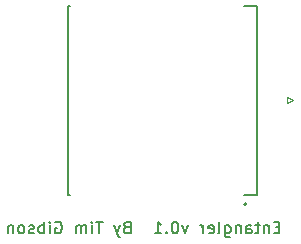
<source format=gbo>
G04 #@! TF.GenerationSoftware,KiCad,Pcbnew,8.0.5-dirty*
G04 #@! TF.CreationDate,2024-10-08T17:02:33+11:00*
G04 #@! TF.ProjectId,kestral,6b657374-7261-46c2-9e6b-696361645f70,rev?*
G04 #@! TF.SameCoordinates,Original*
G04 #@! TF.FileFunction,Legend,Bot*
G04 #@! TF.FilePolarity,Positive*
%FSLAX46Y46*%
G04 Gerber Fmt 4.6, Leading zero omitted, Abs format (unit mm)*
G04 Created by KiCad (PCBNEW 8.0.5-dirty) date 2024-10-08 17:02:33*
%MOMM*%
%LPD*%
G01*
G04 APERTURE LIST*
%ADD10C,0.150000*%
%ADD11C,0.127000*%
%ADD12C,0.200000*%
%ADD13C,0.120000*%
%ADD14C,0.650000*%
%ADD15O,2.100000X1.000000*%
%ADD16O,1.800000X1.000000*%
%ADD17C,1.803400*%
%ADD18O,1.204000X2.704000*%
%ADD19R,5.080000X1.500000*%
G04 APERTURE END LIST*
D10*
X147563220Y-123246009D02*
X147229887Y-123246009D01*
X147087030Y-123769819D02*
X147563220Y-123769819D01*
X147563220Y-123769819D02*
X147563220Y-122769819D01*
X147563220Y-122769819D02*
X147087030Y-122769819D01*
X146658458Y-123103152D02*
X146658458Y-123769819D01*
X146658458Y-123198390D02*
X146610839Y-123150771D01*
X146610839Y-123150771D02*
X146515601Y-123103152D01*
X146515601Y-123103152D02*
X146372744Y-123103152D01*
X146372744Y-123103152D02*
X146277506Y-123150771D01*
X146277506Y-123150771D02*
X146229887Y-123246009D01*
X146229887Y-123246009D02*
X146229887Y-123769819D01*
X145896553Y-123103152D02*
X145515601Y-123103152D01*
X145753696Y-122769819D02*
X145753696Y-123626961D01*
X145753696Y-123626961D02*
X145706077Y-123722200D01*
X145706077Y-123722200D02*
X145610839Y-123769819D01*
X145610839Y-123769819D02*
X145515601Y-123769819D01*
X144753696Y-123769819D02*
X144753696Y-123246009D01*
X144753696Y-123246009D02*
X144801315Y-123150771D01*
X144801315Y-123150771D02*
X144896553Y-123103152D01*
X144896553Y-123103152D02*
X145087029Y-123103152D01*
X145087029Y-123103152D02*
X145182267Y-123150771D01*
X144753696Y-123722200D02*
X144848934Y-123769819D01*
X144848934Y-123769819D02*
X145087029Y-123769819D01*
X145087029Y-123769819D02*
X145182267Y-123722200D01*
X145182267Y-123722200D02*
X145229886Y-123626961D01*
X145229886Y-123626961D02*
X145229886Y-123531723D01*
X145229886Y-123531723D02*
X145182267Y-123436485D01*
X145182267Y-123436485D02*
X145087029Y-123388866D01*
X145087029Y-123388866D02*
X144848934Y-123388866D01*
X144848934Y-123388866D02*
X144753696Y-123341247D01*
X144277505Y-123103152D02*
X144277505Y-123769819D01*
X144277505Y-123198390D02*
X144229886Y-123150771D01*
X144229886Y-123150771D02*
X144134648Y-123103152D01*
X144134648Y-123103152D02*
X143991791Y-123103152D01*
X143991791Y-123103152D02*
X143896553Y-123150771D01*
X143896553Y-123150771D02*
X143848934Y-123246009D01*
X143848934Y-123246009D02*
X143848934Y-123769819D01*
X142944172Y-123103152D02*
X142944172Y-123912676D01*
X142944172Y-123912676D02*
X142991791Y-124007914D01*
X142991791Y-124007914D02*
X143039410Y-124055533D01*
X143039410Y-124055533D02*
X143134648Y-124103152D01*
X143134648Y-124103152D02*
X143277505Y-124103152D01*
X143277505Y-124103152D02*
X143372743Y-124055533D01*
X142944172Y-123722200D02*
X143039410Y-123769819D01*
X143039410Y-123769819D02*
X143229886Y-123769819D01*
X143229886Y-123769819D02*
X143325124Y-123722200D01*
X143325124Y-123722200D02*
X143372743Y-123674580D01*
X143372743Y-123674580D02*
X143420362Y-123579342D01*
X143420362Y-123579342D02*
X143420362Y-123293628D01*
X143420362Y-123293628D02*
X143372743Y-123198390D01*
X143372743Y-123198390D02*
X143325124Y-123150771D01*
X143325124Y-123150771D02*
X143229886Y-123103152D01*
X143229886Y-123103152D02*
X143039410Y-123103152D01*
X143039410Y-123103152D02*
X142944172Y-123150771D01*
X142325124Y-123769819D02*
X142420362Y-123722200D01*
X142420362Y-123722200D02*
X142467981Y-123626961D01*
X142467981Y-123626961D02*
X142467981Y-122769819D01*
X141563219Y-123722200D02*
X141658457Y-123769819D01*
X141658457Y-123769819D02*
X141848933Y-123769819D01*
X141848933Y-123769819D02*
X141944171Y-123722200D01*
X141944171Y-123722200D02*
X141991790Y-123626961D01*
X141991790Y-123626961D02*
X141991790Y-123246009D01*
X141991790Y-123246009D02*
X141944171Y-123150771D01*
X141944171Y-123150771D02*
X141848933Y-123103152D01*
X141848933Y-123103152D02*
X141658457Y-123103152D01*
X141658457Y-123103152D02*
X141563219Y-123150771D01*
X141563219Y-123150771D02*
X141515600Y-123246009D01*
X141515600Y-123246009D02*
X141515600Y-123341247D01*
X141515600Y-123341247D02*
X141991790Y-123436485D01*
X141087028Y-123769819D02*
X141087028Y-123103152D01*
X141087028Y-123293628D02*
X141039409Y-123198390D01*
X141039409Y-123198390D02*
X140991790Y-123150771D01*
X140991790Y-123150771D02*
X140896552Y-123103152D01*
X140896552Y-123103152D02*
X140801314Y-123103152D01*
X139801313Y-123103152D02*
X139563218Y-123769819D01*
X139563218Y-123769819D02*
X139325123Y-123103152D01*
X138753694Y-122769819D02*
X138658456Y-122769819D01*
X138658456Y-122769819D02*
X138563218Y-122817438D01*
X138563218Y-122817438D02*
X138515599Y-122865057D01*
X138515599Y-122865057D02*
X138467980Y-122960295D01*
X138467980Y-122960295D02*
X138420361Y-123150771D01*
X138420361Y-123150771D02*
X138420361Y-123388866D01*
X138420361Y-123388866D02*
X138467980Y-123579342D01*
X138467980Y-123579342D02*
X138515599Y-123674580D01*
X138515599Y-123674580D02*
X138563218Y-123722200D01*
X138563218Y-123722200D02*
X138658456Y-123769819D01*
X138658456Y-123769819D02*
X138753694Y-123769819D01*
X138753694Y-123769819D02*
X138848932Y-123722200D01*
X138848932Y-123722200D02*
X138896551Y-123674580D01*
X138896551Y-123674580D02*
X138944170Y-123579342D01*
X138944170Y-123579342D02*
X138991789Y-123388866D01*
X138991789Y-123388866D02*
X138991789Y-123150771D01*
X138991789Y-123150771D02*
X138944170Y-122960295D01*
X138944170Y-122960295D02*
X138896551Y-122865057D01*
X138896551Y-122865057D02*
X138848932Y-122817438D01*
X138848932Y-122817438D02*
X138753694Y-122769819D01*
X137991789Y-123674580D02*
X137944170Y-123722200D01*
X137944170Y-123722200D02*
X137991789Y-123769819D01*
X137991789Y-123769819D02*
X138039408Y-123722200D01*
X138039408Y-123722200D02*
X137991789Y-123674580D01*
X137991789Y-123674580D02*
X137991789Y-123769819D01*
X136991790Y-123769819D02*
X137563218Y-123769819D01*
X137277504Y-123769819D02*
X137277504Y-122769819D01*
X137277504Y-122769819D02*
X137372742Y-122912676D01*
X137372742Y-122912676D02*
X137467980Y-123007914D01*
X137467980Y-123007914D02*
X137563218Y-123055533D01*
X134629887Y-123246009D02*
X134487030Y-123293628D01*
X134487030Y-123293628D02*
X134439411Y-123341247D01*
X134439411Y-123341247D02*
X134391792Y-123436485D01*
X134391792Y-123436485D02*
X134391792Y-123579342D01*
X134391792Y-123579342D02*
X134439411Y-123674580D01*
X134439411Y-123674580D02*
X134487030Y-123722200D01*
X134487030Y-123722200D02*
X134582268Y-123769819D01*
X134582268Y-123769819D02*
X134963220Y-123769819D01*
X134963220Y-123769819D02*
X134963220Y-122769819D01*
X134963220Y-122769819D02*
X134629887Y-122769819D01*
X134629887Y-122769819D02*
X134534649Y-122817438D01*
X134534649Y-122817438D02*
X134487030Y-122865057D01*
X134487030Y-122865057D02*
X134439411Y-122960295D01*
X134439411Y-122960295D02*
X134439411Y-123055533D01*
X134439411Y-123055533D02*
X134487030Y-123150771D01*
X134487030Y-123150771D02*
X134534649Y-123198390D01*
X134534649Y-123198390D02*
X134629887Y-123246009D01*
X134629887Y-123246009D02*
X134963220Y-123246009D01*
X134058458Y-123103152D02*
X133820363Y-123769819D01*
X133582268Y-123103152D02*
X133820363Y-123769819D01*
X133820363Y-123769819D02*
X133915601Y-124007914D01*
X133915601Y-124007914D02*
X133963220Y-124055533D01*
X133963220Y-124055533D02*
X134058458Y-124103152D01*
X132582267Y-122769819D02*
X132010839Y-122769819D01*
X132296553Y-123769819D02*
X132296553Y-122769819D01*
X131677505Y-123769819D02*
X131677505Y-123103152D01*
X131677505Y-122769819D02*
X131725124Y-122817438D01*
X131725124Y-122817438D02*
X131677505Y-122865057D01*
X131677505Y-122865057D02*
X131629886Y-122817438D01*
X131629886Y-122817438D02*
X131677505Y-122769819D01*
X131677505Y-122769819D02*
X131677505Y-122865057D01*
X131201315Y-123769819D02*
X131201315Y-123103152D01*
X131201315Y-123198390D02*
X131153696Y-123150771D01*
X131153696Y-123150771D02*
X131058458Y-123103152D01*
X131058458Y-123103152D02*
X130915601Y-123103152D01*
X130915601Y-123103152D02*
X130820363Y-123150771D01*
X130820363Y-123150771D02*
X130772744Y-123246009D01*
X130772744Y-123246009D02*
X130772744Y-123769819D01*
X130772744Y-123246009D02*
X130725125Y-123150771D01*
X130725125Y-123150771D02*
X130629887Y-123103152D01*
X130629887Y-123103152D02*
X130487030Y-123103152D01*
X130487030Y-123103152D02*
X130391791Y-123150771D01*
X130391791Y-123150771D02*
X130344172Y-123246009D01*
X130344172Y-123246009D02*
X130344172Y-123769819D01*
X128582268Y-122817438D02*
X128677506Y-122769819D01*
X128677506Y-122769819D02*
X128820363Y-122769819D01*
X128820363Y-122769819D02*
X128963220Y-122817438D01*
X128963220Y-122817438D02*
X129058458Y-122912676D01*
X129058458Y-122912676D02*
X129106077Y-123007914D01*
X129106077Y-123007914D02*
X129153696Y-123198390D01*
X129153696Y-123198390D02*
X129153696Y-123341247D01*
X129153696Y-123341247D02*
X129106077Y-123531723D01*
X129106077Y-123531723D02*
X129058458Y-123626961D01*
X129058458Y-123626961D02*
X128963220Y-123722200D01*
X128963220Y-123722200D02*
X128820363Y-123769819D01*
X128820363Y-123769819D02*
X128725125Y-123769819D01*
X128725125Y-123769819D02*
X128582268Y-123722200D01*
X128582268Y-123722200D02*
X128534649Y-123674580D01*
X128534649Y-123674580D02*
X128534649Y-123341247D01*
X128534649Y-123341247D02*
X128725125Y-123341247D01*
X128106077Y-123769819D02*
X128106077Y-123103152D01*
X128106077Y-122769819D02*
X128153696Y-122817438D01*
X128153696Y-122817438D02*
X128106077Y-122865057D01*
X128106077Y-122865057D02*
X128058458Y-122817438D01*
X128058458Y-122817438D02*
X128106077Y-122769819D01*
X128106077Y-122769819D02*
X128106077Y-122865057D01*
X127629887Y-123769819D02*
X127629887Y-122769819D01*
X127629887Y-123150771D02*
X127534649Y-123103152D01*
X127534649Y-123103152D02*
X127344173Y-123103152D01*
X127344173Y-123103152D02*
X127248935Y-123150771D01*
X127248935Y-123150771D02*
X127201316Y-123198390D01*
X127201316Y-123198390D02*
X127153697Y-123293628D01*
X127153697Y-123293628D02*
X127153697Y-123579342D01*
X127153697Y-123579342D02*
X127201316Y-123674580D01*
X127201316Y-123674580D02*
X127248935Y-123722200D01*
X127248935Y-123722200D02*
X127344173Y-123769819D01*
X127344173Y-123769819D02*
X127534649Y-123769819D01*
X127534649Y-123769819D02*
X127629887Y-123722200D01*
X126772744Y-123722200D02*
X126677506Y-123769819D01*
X126677506Y-123769819D02*
X126487030Y-123769819D01*
X126487030Y-123769819D02*
X126391792Y-123722200D01*
X126391792Y-123722200D02*
X126344173Y-123626961D01*
X126344173Y-123626961D02*
X126344173Y-123579342D01*
X126344173Y-123579342D02*
X126391792Y-123484104D01*
X126391792Y-123484104D02*
X126487030Y-123436485D01*
X126487030Y-123436485D02*
X126629887Y-123436485D01*
X126629887Y-123436485D02*
X126725125Y-123388866D01*
X126725125Y-123388866D02*
X126772744Y-123293628D01*
X126772744Y-123293628D02*
X126772744Y-123246009D01*
X126772744Y-123246009D02*
X126725125Y-123150771D01*
X126725125Y-123150771D02*
X126629887Y-123103152D01*
X126629887Y-123103152D02*
X126487030Y-123103152D01*
X126487030Y-123103152D02*
X126391792Y-123150771D01*
X125772744Y-123769819D02*
X125867982Y-123722200D01*
X125867982Y-123722200D02*
X125915601Y-123674580D01*
X125915601Y-123674580D02*
X125963220Y-123579342D01*
X125963220Y-123579342D02*
X125963220Y-123293628D01*
X125963220Y-123293628D02*
X125915601Y-123198390D01*
X125915601Y-123198390D02*
X125867982Y-123150771D01*
X125867982Y-123150771D02*
X125772744Y-123103152D01*
X125772744Y-123103152D02*
X125629887Y-123103152D01*
X125629887Y-123103152D02*
X125534649Y-123150771D01*
X125534649Y-123150771D02*
X125487030Y-123198390D01*
X125487030Y-123198390D02*
X125439411Y-123293628D01*
X125439411Y-123293628D02*
X125439411Y-123579342D01*
X125439411Y-123579342D02*
X125487030Y-123674580D01*
X125487030Y-123674580D02*
X125534649Y-123722200D01*
X125534649Y-123722200D02*
X125629887Y-123769819D01*
X125629887Y-123769819D02*
X125772744Y-123769819D01*
X125010839Y-123103152D02*
X125010839Y-123769819D01*
X125010839Y-123198390D02*
X124963220Y-123150771D01*
X124963220Y-123150771D02*
X124867982Y-123103152D01*
X124867982Y-123103152D02*
X124725125Y-123103152D01*
X124725125Y-123103152D02*
X124629887Y-123150771D01*
X124629887Y-123150771D02*
X124582268Y-123246009D01*
X124582268Y-123246009D02*
X124582268Y-123769819D01*
D11*
X129650000Y-104550000D02*
X129650000Y-120550000D01*
X129650000Y-120550000D02*
X129850000Y-120550000D01*
X129850000Y-104550000D02*
X129650000Y-104550000D01*
X144550000Y-104550000D02*
X145650000Y-104550000D01*
X145650000Y-104550000D02*
X145650000Y-120550000D01*
X145650000Y-120550000D02*
X144550000Y-120550000D01*
D12*
X144750000Y-121300000D02*
G75*
G02*
X144550000Y-121300000I-100000J0D01*
G01*
X144550000Y-121300000D02*
G75*
G02*
X144750000Y-121300000I100000J0D01*
G01*
D13*
X148227500Y-112250000D02*
X148227500Y-112750000D01*
X148227500Y-112750000D02*
X148727500Y-112500000D01*
X148727500Y-112500000D02*
X148227500Y-112250000D01*
%LPC*%
D14*
X106405000Y-109610000D03*
X106405000Y-115390000D03*
D15*
X106925000Y-108180000D03*
D16*
X102725000Y-108180000D03*
D15*
X106925000Y-116820000D03*
D16*
X102725000Y-116820000D03*
D17*
X112689999Y-121400000D03*
X116500000Y-121400000D03*
D18*
X143500000Y-120300000D03*
X140960000Y-120300000D03*
X138420000Y-120300000D03*
X135880000Y-120300000D03*
X133340000Y-120300000D03*
X130800000Y-120300000D03*
X130800000Y-104800000D03*
X133340000Y-104800000D03*
X135880000Y-104800000D03*
X138420000Y-104800000D03*
X140960000Y-104800000D03*
X143500000Y-104800000D03*
D19*
X151937500Y-112500000D03*
X151937500Y-108250000D03*
X151937500Y-116750000D03*
%LPD*%
M02*

</source>
